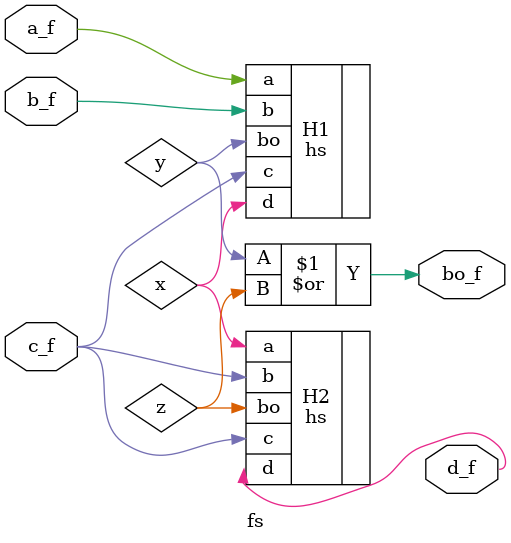
<source format=sv>
`include “hs.v”
module fs(a_f,b_f,c_f,d_f,bo_f);
input a_f,b_f,c_f;
output d_f,bo_f;
wire x,y,z;
hs H1(.a(a_f),.b(b_f),.c(c_f),.d(x),.bo(y));
hs H2(.a(x),.b(c_f),.c(c_f),.d(d_f),.bo(z));
or O1(bo_f,y,z);
endmodule



</source>
